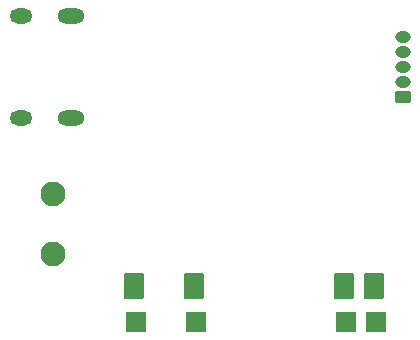
<source format=gbs>
G04 Layer: BottomSolderMaskLayer*
G04 EasyEDA Pro v2.2.32.3, 2024-10-30 17:40:40*
G04 Gerber Generator version 0.3*
G04 Scale: 100 percent, Rotated: No, Reflected: No*
G04 Dimensions in millimeters*
G04 Leading zeros omitted, absolute positions, 3 integers and 5 decimals*
%FSLAX35Y35*%
%MOMM*%
%AMRoundRect*1,1,$1,$2,$3*1,1,$1,$4,$5*1,1,$1,0-$2,0-$3*1,1,$1,0-$4,0-$5*20,1,$1,$2,$3,$4,$5,0*20,1,$1,$4,$5,0-$2,0-$3,0*20,1,$1,0-$2,0-$3,0-$4,0-$5,0*20,1,$1,0-$4,0-$5,$2,$3,0*4,1,4,$2,$3,$4,$5,0-$2,0-$3,0-$4,0-$5,$2,$3,0*%
%ADD10RoundRect,0.18154X0.76083X-1.01083X-0.76083X-1.01083*%
%ADD11C,2.1016*%
%ADD12RoundRect,0.09258X-0.60471X-0.45471X-0.60471X0.45471*%
%ADD13O,1.302X1.002*%
%ADD14O,1.9016X1.3016*%
%ADD15O,2.3016X1.3016*%
%ADD16RoundRect,0.18181X0.77269X-0.77269X-0.77269X-0.77269*%
G75*


G04 Pad Start*
G54D10*
G01X1446708Y-1141247D03*
G01X1192708Y-1141247D03*
G01X-77292Y-1141247D03*
G01X-585292Y-1141247D03*
G54D11*
G01X-1270000Y-368300D03*
G01X-1270000Y-876300D03*
G54D12*
G01X1689092Y457192D03*
G54D13*
G01X1689092Y584192D03*
G01X1689092Y711192D03*
G01X1689092Y838192D03*
G01X1689092Y965192D03*
G54D14*
G01X-1541526Y279197D03*
G01X-1541526Y1143203D03*
G54D15*
G01X-1123518Y279197D03*
G01X-1123518Y1143203D03*
G54D16*
G01X-569392Y-1446047D03*
G01X-61392Y-1446047D03*
G01X1208608Y-1446047D03*
G01X1462608Y-1446047D03*
G04 Pad End*

M02*


</source>
